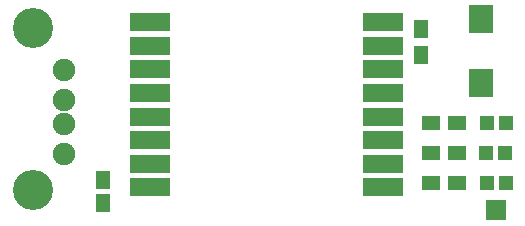
<source format=gts>
G04 #@! TF.GenerationSoftware,KiCad,Pcbnew,no-vcs-found-7657~57~ubuntu16.04.1*
G04 #@! TF.CreationDate,2017-02-15T15:49:03+02:00*
G04 #@! TF.ProjectId,serial_gw,73657269616C5F67772E6B696361645F,rev?*
G04 #@! TF.FileFunction,Soldermask,Top*
G04 #@! TF.FilePolarity,Negative*
%FSLAX46Y46*%
G04 Gerber Fmt 4.6, Leading zero omitted, Abs format (unit mm)*
G04 Created by KiCad (PCBNEW no-vcs-found-7657~57~ubuntu16.04.1) date Wed Feb 15 15:49:03 2017*
%MOMM*%
%LPD*%
G01*
G04 APERTURE LIST*
%ADD10C,0.100000*%
%ADD11R,1.750000X1.750000*%
%ADD12C,3.399740*%
%ADD13C,1.901140*%
%ADD14R,1.150000X1.600000*%
%ADD15R,2.000000X2.400000*%
%ADD16R,1.200000X1.200000*%
%ADD17R,1.600000X1.300000*%
%ADD18R,1.300000X1.600000*%
%ADD19R,3.400000X1.600000*%
G04 APERTURE END LIST*
D10*
D11*
X112776000Y-92202000D03*
D12*
X73540000Y-76754000D03*
X73540000Y-90470000D03*
D13*
X76207000Y-80310000D03*
X76207000Y-82850000D03*
X76207000Y-84882000D03*
X76207000Y-87422000D03*
D14*
X79502000Y-89662000D03*
X79502000Y-91562000D03*
D15*
X111506000Y-76040000D03*
X111506000Y-81440000D03*
D16*
X113614000Y-84836000D03*
X112014000Y-84836000D03*
X111938000Y-87376000D03*
X113538000Y-87376000D03*
X113614000Y-89916000D03*
X112014000Y-89916000D03*
D17*
X109474000Y-84836000D03*
X107274000Y-84836000D03*
X107274000Y-87376000D03*
X109474000Y-87376000D03*
X109474000Y-89916000D03*
X107274000Y-89916000D03*
D18*
X106426000Y-76878000D03*
X106426000Y-79078000D03*
D19*
X103180000Y-76264000D03*
X103180000Y-78264000D03*
X103180000Y-80264000D03*
X103180000Y-82264000D03*
X103180000Y-84264000D03*
X103180000Y-86264000D03*
X103180000Y-88264000D03*
X103180000Y-90264000D03*
X83480000Y-90264000D03*
X83480000Y-88264000D03*
X83480000Y-86264000D03*
X83480000Y-84264000D03*
X83480000Y-82264000D03*
X83480000Y-80264000D03*
X83480000Y-78264000D03*
X83480000Y-76264000D03*
M02*

</source>
